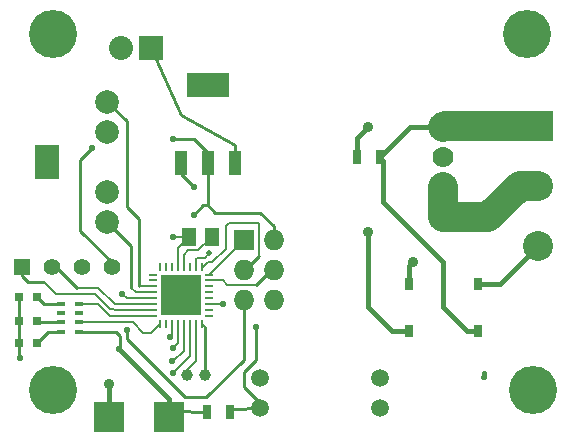
<source format=gtl>
G04 #@! TF.FileFunction,Copper,L1,Top,Signal*
%FSLAX46Y46*%
G04 Gerber Fmt 4.6, Leading zero omitted, Abs format (unit mm)*
G04 Created by KiCad (PCBNEW (after 2015-mar-04 BZR unknown)-product) date Wed 10 Jun 2015 04:01:36 PM EDT*
%MOMM*%
G01*
G04 APERTURE LIST*
%ADD10C,0.150000*%
%ADD11R,1.727200X1.727200*%
%ADD12O,1.727200X1.727200*%
%ADD13R,1.300480X1.498600*%
%ADD14R,0.797560X0.797560*%
%ADD15R,0.700000X1.000000*%
%ADD16R,2.540000X2.540000*%
%ADD17C,2.540000*%
%ADD18R,2.000000X3.000000*%
%ADD19C,2.000000*%
%ADD20R,1.397000X1.397000*%
%ADD21C,1.397000*%
%ADD22R,0.800100X1.198880*%
%ADD23R,3.657600X2.032000*%
%ADD24R,1.016000X2.032000*%
%ADD25C,1.778000*%
%ADD26R,1.778000X1.778000*%
%ADD27C,1.500000*%
%ADD28C,1.000760*%
%ADD29R,2.032000X2.032000*%
%ADD30O,2.032000X2.032000*%
%ADD31R,0.250000X0.700000*%
%ADD32R,0.700000X0.250000*%
%ADD33R,1.725000X1.725000*%
%ADD34C,4.064000*%
%ADD35R,0.762000X0.431800*%
%ADD36R,2.550160X2.499360*%
%ADD37R,0.700000X1.300000*%
%ADD38C,0.558800*%
%ADD39C,0.508000*%
%ADD40C,0.889000*%
%ADD41C,0.400000*%
%ADD42C,0.203000*%
%ADD43C,0.254000*%
%ADD44C,2.500000*%
G04 APERTURE END LIST*
D10*
D11*
X103759000Y-166370000D03*
D12*
X103759000Y-168910000D03*
X103759000Y-171450000D03*
X106299000Y-171450000D03*
X106299000Y-168910000D03*
X106299000Y-166370000D03*
D13*
X99123500Y-166116000D03*
X101028500Y-166116000D03*
D14*
X86220300Y-171196000D03*
X84721700Y-171196000D03*
X86220300Y-173228000D03*
X84721700Y-173228000D03*
D15*
X117750000Y-174085000D03*
X117750000Y-170085000D03*
X123550000Y-174085000D03*
X123550000Y-170085000D03*
D14*
X86220300Y-175133000D03*
X84721700Y-175133000D03*
D16*
X128651000Y-156718000D03*
D17*
X128651000Y-161798000D03*
X128651000Y-166878000D03*
D18*
X87122000Y-159766000D03*
D19*
X92202000Y-157226000D03*
X92202000Y-154686000D03*
X92202000Y-162306000D03*
X92202000Y-164846000D03*
D20*
X84963000Y-168656000D03*
D21*
X87503000Y-168656000D03*
X90043000Y-168656000D03*
X92583000Y-168656000D03*
D22*
X102600760Y-180975000D03*
X100599240Y-180975000D03*
D23*
X100711000Y-153289000D03*
D24*
X100711000Y-159893000D03*
X102997000Y-159893000D03*
X98425000Y-159893000D03*
D25*
X120650000Y-156845000D03*
X120650000Y-159385000D03*
D26*
X120650000Y-161925000D03*
D27*
X105156000Y-180594000D03*
X105156000Y-178054000D03*
X115316000Y-178054000D03*
X115316000Y-180594000D03*
D28*
X98945700Y-177800000D03*
X100444300Y-177800000D03*
D29*
X95885000Y-150114000D03*
D30*
X93345000Y-150114000D03*
D31*
X96675000Y-173469000D03*
X97175000Y-173469000D03*
X97675000Y-173469000D03*
X98175000Y-173469000D03*
X98675000Y-173469000D03*
X99175000Y-173469000D03*
X99675000Y-173469000D03*
X100175000Y-173469000D03*
D32*
X100825000Y-172819000D03*
X100825000Y-172319000D03*
X100825000Y-171819000D03*
X100825000Y-171319000D03*
X100825000Y-170819000D03*
X100825000Y-170319000D03*
X100825000Y-169819000D03*
X100825000Y-169319000D03*
D31*
X100175000Y-168669000D03*
X99675000Y-168669000D03*
X99175000Y-168669000D03*
X98675000Y-168669000D03*
X98175000Y-168669000D03*
X97675000Y-168669000D03*
X97175000Y-168669000D03*
X96675000Y-168669000D03*
D32*
X96025000Y-169319000D03*
X96025000Y-169819000D03*
X96025000Y-170319000D03*
X96025000Y-170819000D03*
X96025000Y-171319000D03*
X96025000Y-171819000D03*
X96025000Y-172319000D03*
X96025000Y-172819000D03*
D33*
X99287500Y-170206500D03*
X97562500Y-170206500D03*
X99287500Y-171931500D03*
X97562500Y-171931500D03*
D34*
X87630000Y-148971000D03*
X128270000Y-179070000D03*
X87630000Y-179070000D03*
X127762000Y-148971000D03*
D35*
X89789000Y-173372780D03*
X88265000Y-173372780D03*
X89789000Y-172575220D03*
X88265000Y-172575220D03*
X89789000Y-174172880D03*
X89789000Y-171775120D03*
X88265000Y-171775120D03*
X88265000Y-174172880D03*
D36*
X92344240Y-181356000D03*
X97393760Y-181356000D03*
D37*
X113350000Y-159385000D03*
X115250000Y-159385000D03*
D38*
X97790000Y-166116000D03*
D39*
X97790000Y-171577000D03*
X97790000Y-170434000D03*
X99187000Y-171577000D03*
X99187000Y-170434000D03*
D38*
X84836000Y-176403000D03*
X99568000Y-161925000D03*
X97663000Y-176657000D03*
X97536000Y-174625000D03*
D40*
X92329000Y-178562000D03*
X114300000Y-165735000D03*
X118110000Y-168275000D03*
D38*
X93472000Y-170942000D03*
X93853000Y-173990000D03*
D40*
X114300000Y-156845000D03*
D38*
X101981000Y-171831000D03*
X104775000Y-173736000D03*
D39*
X100838000Y-167513000D03*
D38*
X99504500Y-164274500D03*
X90932000Y-158623000D03*
X97790000Y-157861000D03*
X97790000Y-175514000D03*
X97790000Y-177673000D03*
X93218000Y-175641000D03*
D41*
X124058000Y-178022000D02*
X124047000Y-178022000D01*
X124058000Y-178022000D02*
X124058000Y-177694000D01*
D42*
X99123500Y-166116000D02*
X97790000Y-166116000D01*
X98175000Y-168669000D02*
X98175000Y-167064500D01*
X98175000Y-167064500D02*
X99123500Y-166116000D01*
D43*
X84721700Y-173228000D02*
X84721700Y-175133000D01*
X84721700Y-171196000D02*
X84721700Y-173228000D01*
X84734400Y-176403000D02*
X84836000Y-176403000D01*
X84721700Y-176415700D02*
X84734400Y-176403000D01*
X84721700Y-175133000D02*
X84721700Y-176415700D01*
X98425000Y-160782000D02*
X99568000Y-161925000D01*
X98425000Y-159893000D02*
X98425000Y-160782000D01*
D42*
X97790000Y-176657000D02*
X97663000Y-176657000D01*
X98675000Y-175772000D02*
X97790000Y-176657000D01*
X98675000Y-173469000D02*
X98675000Y-175772000D01*
X97675000Y-174486000D02*
X97536000Y-174625000D01*
X97675000Y-173469000D02*
X97675000Y-174486000D01*
D41*
X92344240Y-178577240D02*
X92329000Y-178562000D01*
X92344240Y-181356000D02*
X92344240Y-178577240D01*
D42*
X98675000Y-168669000D02*
X98675000Y-167644000D01*
X99885500Y-167259000D02*
X101028500Y-166116000D01*
X99060000Y-167259000D02*
X99885500Y-167259000D01*
X98675000Y-167644000D02*
X99060000Y-167259000D01*
X99675000Y-175260000D02*
X99675000Y-175280000D01*
X99675000Y-173469000D02*
X99675000Y-175260000D01*
X98945700Y-177366300D02*
X98945700Y-177800000D01*
X99675000Y-176637000D02*
X98945700Y-177366300D01*
X99675000Y-175260000D02*
X99675000Y-176637000D01*
X100444300Y-173738300D02*
X100175000Y-173469000D01*
D43*
X100444300Y-177800000D02*
X100444300Y-173738300D01*
D44*
X128651000Y-161798000D02*
X127127000Y-161798000D01*
X120650000Y-164465000D02*
X120650000Y-161925000D01*
X124460000Y-164465000D02*
X120650000Y-164465000D01*
X127127000Y-161798000D02*
X124460000Y-164465000D01*
X128651000Y-161798000D02*
X128397000Y-161798000D01*
D43*
X86799420Y-171775120D02*
X86220300Y-171196000D01*
X88265000Y-171775120D02*
X86799420Y-171775120D01*
X86365080Y-173372780D02*
X86220300Y-173228000D01*
X88265000Y-173372780D02*
X86365080Y-173372780D01*
D41*
X117750000Y-174085000D02*
X116300000Y-174085000D01*
X116300000Y-174085000D02*
X114300000Y-172085000D01*
X114300000Y-172085000D02*
X114300000Y-165735000D01*
X118110000Y-168275000D02*
X117750000Y-168635000D01*
X117750000Y-168635000D02*
X117750000Y-170085000D01*
X123550000Y-170085000D02*
X125444000Y-170085000D01*
X125444000Y-170085000D02*
X128651000Y-166878000D01*
X123550000Y-174085000D02*
X122650000Y-174085000D01*
X122650000Y-174085000D02*
X120650000Y-172085000D01*
X120650000Y-172085000D02*
X120650000Y-168275000D01*
X120650000Y-168275000D02*
X115570000Y-163195000D01*
X115570000Y-163195000D02*
X115570000Y-159705000D01*
X115570000Y-159705000D02*
X115250000Y-159385000D01*
X120650000Y-156845000D02*
X117790000Y-156845000D01*
X117790000Y-156845000D02*
X115250000Y-159385000D01*
D44*
X128651000Y-156718000D02*
X120777000Y-156718000D01*
X120777000Y-156718000D02*
X120650000Y-156845000D01*
D43*
X87180420Y-174172880D02*
X86220300Y-175133000D01*
X88265000Y-174172880D02*
X87180420Y-174172880D01*
D42*
X95900000Y-174244000D02*
X96675000Y-173469000D01*
X95250000Y-174244000D02*
X95900000Y-174244000D01*
X94378780Y-173372780D02*
X95250000Y-174244000D01*
X89789000Y-173372780D02*
X94378780Y-173372780D01*
X100175000Y-168669000D02*
X100328298Y-168669000D01*
D43*
X105029000Y-167767000D02*
X103886000Y-168910000D01*
D42*
X105029000Y-164973000D02*
X105029000Y-167767000D01*
X102489000Y-164973000D02*
X105029000Y-164973000D01*
X102235000Y-165227000D02*
X102489000Y-164973000D01*
X102235000Y-167132000D02*
X102235000Y-165227000D01*
X101092000Y-168275000D02*
X102235000Y-167132000D01*
X100722298Y-168275000D02*
X101092000Y-168275000D01*
X100328298Y-168669000D02*
X100722298Y-168275000D01*
X103886000Y-168910000D02*
X103759000Y-168910000D01*
X100175000Y-168351002D02*
X100175000Y-168669000D01*
X91384120Y-171775120D02*
X89789000Y-171775120D01*
X92428000Y-172819000D02*
X91384120Y-171775120D01*
X96025000Y-172819000D02*
X92428000Y-172819000D01*
X84963000Y-169418000D02*
X84963000Y-168656000D01*
D43*
X85471000Y-169926000D02*
X84963000Y-169418000D01*
X86868000Y-169926000D02*
X85471000Y-169926000D01*
D42*
X87884000Y-170942000D02*
X86868000Y-169926000D01*
X91186000Y-170942000D02*
X87884000Y-170942000D01*
X92456000Y-172212000D02*
X91186000Y-170942000D01*
X92710000Y-172212000D02*
X92456000Y-172212000D01*
X92817000Y-172319000D02*
X92710000Y-172212000D01*
X96025000Y-172319000D02*
X92817000Y-172319000D01*
X92825000Y-171819000D02*
X96025000Y-171819000D01*
X91440000Y-170434000D02*
X92825000Y-171819000D01*
X89662000Y-170434000D02*
X91440000Y-170434000D01*
D43*
X87884000Y-168656000D02*
X89662000Y-170434000D01*
D42*
X87503000Y-168656000D02*
X87884000Y-168656000D01*
X93849000Y-171319000D02*
X96025000Y-171319000D01*
X93472000Y-170942000D02*
X93849000Y-171319000D01*
D43*
X93853000Y-174752000D02*
X93853000Y-173990000D01*
X98806000Y-179705000D02*
X93853000Y-174752000D01*
X100584000Y-179705000D02*
X98806000Y-179705000D01*
X103759000Y-176530000D02*
X100584000Y-179705000D01*
X103759000Y-171450000D02*
X103759000Y-176530000D01*
X94234000Y-166878000D02*
X92202000Y-164846000D01*
X94234000Y-170442000D02*
X94234000Y-166878000D01*
D42*
X94611000Y-170819000D02*
X94234000Y-170442000D01*
X96025000Y-170819000D02*
X94611000Y-170819000D01*
X94881000Y-170319000D02*
X94869000Y-170307000D01*
X96025000Y-170319000D02*
X94881000Y-170319000D01*
D43*
X94869000Y-164592000D02*
X94869000Y-170307000D01*
X93853000Y-163576000D02*
X94869000Y-164592000D01*
X93853000Y-156337000D02*
X93853000Y-163576000D01*
X92202000Y-154686000D02*
X93853000Y-156337000D01*
D42*
X106299000Y-168910000D02*
X106045000Y-168910000D01*
D43*
X106045000Y-168910000D02*
X104775000Y-170180000D01*
D42*
X102001000Y-169819000D02*
X100825000Y-169819000D01*
X102362000Y-170180000D02*
X102001000Y-169819000D01*
X104775000Y-170180000D02*
X102362000Y-170180000D01*
X106299000Y-168910000D02*
X106299000Y-169418000D01*
X106299000Y-168910000D02*
X105537000Y-168910000D01*
X103759000Y-166370000D02*
X103759000Y-166385000D01*
X103759000Y-166385000D02*
X100825000Y-169319000D01*
D43*
X102997000Y-158369000D02*
X102997000Y-159893000D01*
X98425000Y-155829000D02*
X102997000Y-158369000D01*
X95885000Y-150114000D02*
X98425000Y-155829000D01*
D41*
X114300000Y-156845000D02*
X113350000Y-157795000D01*
X113350000Y-157795000D02*
X113350000Y-159385000D01*
D42*
X102854760Y-180721000D02*
X102600760Y-180975000D01*
D43*
X105156000Y-180594000D02*
X102854760Y-180721000D01*
D42*
X101969000Y-171819000D02*
X100825000Y-171819000D01*
X101981000Y-171831000D02*
X101969000Y-171819000D01*
D43*
X104775000Y-176530000D02*
X104775000Y-173736000D01*
X103759000Y-177546000D02*
X104775000Y-176530000D01*
X103759000Y-178816000D02*
X103759000Y-177546000D01*
X105156000Y-180213000D02*
X103759000Y-178816000D01*
D42*
X105156000Y-180594000D02*
X105156000Y-180213000D01*
D43*
X106299000Y-166370000D02*
X106299000Y-165227000D01*
X100711000Y-163449000D02*
X100711000Y-159893000D01*
X101346000Y-164084000D02*
X100711000Y-163449000D01*
X105156000Y-164084000D02*
X101346000Y-164084000D01*
X106299000Y-165227000D02*
X105156000Y-164084000D01*
D42*
X99675000Y-168041000D02*
X99675000Y-168669000D01*
X99822000Y-167894000D02*
X99675000Y-168041000D01*
X100457000Y-167894000D02*
X99822000Y-167894000D01*
X100838000Y-167513000D02*
X100457000Y-167894000D01*
D43*
X100330000Y-163449000D02*
X100711000Y-163449000D01*
X99504500Y-164274500D02*
X100330000Y-163449000D01*
X89916000Y-165608000D02*
X89916000Y-159639000D01*
X89916000Y-159639000D02*
X90932000Y-158623000D01*
X92583000Y-168275000D02*
X89916000Y-165608000D01*
D42*
X92583000Y-168656000D02*
X92583000Y-168275000D01*
D43*
X99568000Y-157861000D02*
X97790000Y-157861000D01*
X100711000Y-159004000D02*
X99568000Y-157861000D01*
X100711000Y-159893000D02*
X100711000Y-159004000D01*
X89789000Y-174172880D02*
X92892880Y-174172880D01*
D42*
X98175000Y-175129000D02*
X97790000Y-175514000D01*
X98175000Y-173469000D02*
X98175000Y-175129000D01*
X97862002Y-177600998D02*
X97790000Y-177673000D01*
X97862002Y-177546000D02*
X97862002Y-177600998D01*
X99175000Y-176233002D02*
X97862002Y-177546000D01*
X99175000Y-173469000D02*
X99175000Y-176233002D01*
D43*
X92892880Y-174172880D02*
X93256100Y-174536100D01*
X93256100Y-174536100D02*
X93256100Y-175641000D01*
X93218000Y-175641000D02*
X93256100Y-175641000D01*
X97917000Y-180848000D02*
X97536000Y-181229000D01*
X100599240Y-180975000D02*
X97917000Y-180848000D01*
D41*
X97393760Y-179816760D02*
X93218000Y-175641000D01*
X97393760Y-181356000D02*
X97393760Y-179816760D01*
M02*

</source>
